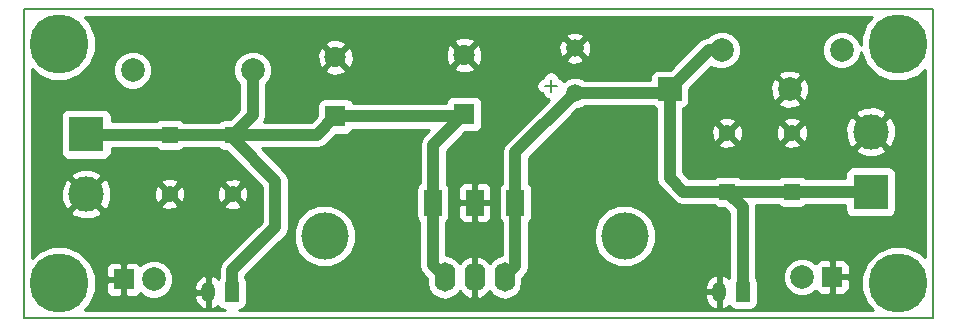
<source format=gtl>
G04 #@! TF.FileFunction,Copper,L1,Top,Signal*
%FSLAX46Y46*%
G04 Gerber Fmt 4.6, Leading zero omitted, Abs format (unit mm)*
G04 Created by KiCad (PCBNEW 0.201508290901+6132~28~ubuntu14.04.1-product) date Sat 02 Jan 2016 04:08:58 PM EST*
%MOMM*%
G01*
G04 APERTURE LIST*
%ADD10C,0.100000*%
%ADD11C,0.150000*%
%ADD12R,1.400000X1.400000*%
%ADD13C,1.400000*%
%ADD14C,1.501140*%
%ADD15R,1.699260X1.699260*%
%ADD16C,1.998980*%
%ADD17R,1.998980X1.998980*%
%ADD18R,1.198880X1.699260*%
%ADD19O,1.198880X1.699260*%
%ADD20R,2.999740X2.999740*%
%ADD21C,2.999740*%
%ADD22R,1.524000X2.199640*%
%ADD23R,1.800000X1.800000*%
%ADD24C,1.800000*%
%ADD25C,5.000000*%
%ADD26O,1.744980X2.499360*%
%ADD27O,1.747520X2.499360*%
%ADD28C,4.000500*%
%ADD29C,1.000000*%
%ADD30C,0.254000*%
G04 APERTURE END LIST*
D10*
D11*
X187000000Y-44000000D02*
X136000000Y-44000000D01*
X187000000Y-70000000D02*
X187000000Y-44000000D01*
X187000000Y-70200000D02*
X187000000Y-70000000D01*
X110000000Y-70200000D02*
X187000000Y-70200000D01*
X110000000Y-44000000D02*
X110000000Y-70200000D01*
X136000000Y-44000000D02*
X110000000Y-44000000D01*
X154127200Y-50495200D02*
X155143200Y-50495200D01*
X154635200Y-51003200D02*
X154635200Y-49987200D01*
D12*
X122351800Y-54660800D03*
D13*
X122351800Y-59660800D03*
D12*
X127685800Y-54686200D03*
D13*
X127685800Y-59686200D03*
D12*
X169570400Y-59486800D03*
D13*
X169570400Y-54486800D03*
D12*
X175056800Y-59483000D03*
D13*
X175056800Y-54483000D03*
D14*
X156667200Y-47320200D03*
X156667200Y-51130200D03*
D15*
X178440000Y-66700000D03*
D16*
X175900000Y-66700000D03*
X174853600Y-50800000D03*
D17*
X164693600Y-50800000D03*
D18*
X127635000Y-67995800D03*
D19*
X125633480Y-67995800D03*
D20*
X115290600Y-54610000D03*
D21*
X115290600Y-59690000D03*
D22*
X148209000Y-60401200D03*
X144627600Y-60401200D03*
D18*
X170891200Y-67970400D03*
D19*
X168889680Y-67970400D03*
D20*
X181711600Y-59486800D03*
D21*
X181711600Y-54406800D03*
D16*
X169087800Y-47472600D03*
X179247800Y-47472600D03*
D23*
X136400000Y-53100000D03*
D24*
X136400000Y-48100000D03*
D23*
X147294600Y-52904400D03*
D24*
X147294600Y-47904400D03*
D15*
X118458660Y-66900000D03*
D16*
X120998660Y-66900000D03*
D22*
X151638000Y-60401200D03*
D16*
X129380000Y-49200000D03*
X119220000Y-49200000D03*
D25*
X112979200Y-67235400D03*
X183997600Y-46991600D03*
X184023000Y-67210000D03*
X112979200Y-46964600D03*
D26*
X150723600Y-66713100D03*
D27*
X148183600Y-66713100D03*
X145643600Y-66713100D03*
D28*
X160883600Y-63220600D03*
X135483600Y-63220600D03*
D29*
X127635000Y-67995800D02*
X127635000Y-66146170D01*
X127635000Y-66146170D02*
X131292600Y-62488570D01*
X131292600Y-62488570D02*
X131292600Y-58572400D01*
X131292600Y-58572400D02*
X127685800Y-54965600D01*
X127685800Y-54965600D02*
X127685800Y-54686200D01*
X147294600Y-52904400D02*
X144678400Y-55520600D01*
X144678400Y-55520600D02*
X144678400Y-60350400D01*
X144678400Y-60350400D02*
X144627600Y-60401200D01*
X144627600Y-60401200D02*
X144627600Y-65697100D01*
X144627600Y-65697100D02*
X145643600Y-66713100D01*
X136400000Y-53100000D02*
X147099000Y-53100000D01*
X147099000Y-53100000D02*
X147294600Y-52904400D01*
X129380000Y-49200000D02*
X129380000Y-52992000D01*
X129380000Y-52992000D02*
X127685800Y-54686200D01*
X122351800Y-54660800D02*
X115341400Y-54660800D01*
X115341400Y-54660800D02*
X115290600Y-54610000D01*
X127685800Y-54686200D02*
X122377200Y-54686200D01*
X122377200Y-54686200D02*
X122351800Y-54660800D01*
X127685800Y-54686200D02*
X134813800Y-54686200D01*
X134813800Y-54686200D02*
X136400000Y-53100000D01*
X169570400Y-59486800D02*
X170891200Y-60807600D01*
X170891200Y-60807600D02*
X170891200Y-67970400D01*
X169087800Y-47472600D02*
X168021000Y-47472600D01*
X168021000Y-47472600D02*
X164693600Y-50800000D01*
X164693600Y-50800000D02*
X164693600Y-58318400D01*
X164693600Y-58318400D02*
X165862000Y-59486800D01*
X165862000Y-59486800D02*
X169570400Y-59486800D01*
X156667200Y-51130200D02*
X164363400Y-51130200D01*
X164363400Y-51130200D02*
X164693600Y-50800000D01*
X151638000Y-60401200D02*
X151638000Y-65798700D01*
X151638000Y-65798700D02*
X150723600Y-66713100D01*
X156667200Y-51130200D02*
X151638000Y-56159400D01*
X151638000Y-56159400D02*
X151638000Y-60401200D01*
X175056800Y-59483000D02*
X169574200Y-59483000D01*
X169574200Y-59483000D02*
X169570400Y-59486800D01*
X181711600Y-59486800D02*
X175060600Y-59486800D01*
X175060600Y-59486800D02*
X175056800Y-59483000D01*
D30*
G36*
X181341426Y-45213447D02*
X180863146Y-46365274D01*
X180862504Y-47100333D01*
X180634262Y-46547945D01*
X180174873Y-46087754D01*
X179574347Y-45838394D01*
X178924106Y-45837826D01*
X178323145Y-46086138D01*
X177862954Y-46545527D01*
X177613594Y-47146053D01*
X177613026Y-47796294D01*
X177861338Y-48397255D01*
X178320727Y-48857446D01*
X178921253Y-49106806D01*
X179571494Y-49107374D01*
X180172455Y-48859062D01*
X180632646Y-48399673D01*
X180882006Y-47799147D01*
X180882127Y-47661026D01*
X181338327Y-48765115D01*
X182219447Y-49647774D01*
X183371274Y-50126054D01*
X184618454Y-50127143D01*
X185771115Y-49650873D01*
X186290000Y-49132893D01*
X186290000Y-65043527D01*
X185801153Y-64553826D01*
X184649326Y-64075546D01*
X183402146Y-64074457D01*
X182249485Y-64550727D01*
X181366826Y-65431847D01*
X180888546Y-66583674D01*
X180887457Y-67830854D01*
X181363727Y-68983515D01*
X181869329Y-69490000D01*
X128249693Y-69490000D01*
X128469757Y-69448592D01*
X128685881Y-69309520D01*
X128830871Y-69097320D01*
X128881880Y-68845430D01*
X128881880Y-67146170D01*
X128837602Y-66910853D01*
X128770000Y-66805797D01*
X128770000Y-66616302D01*
X131643818Y-63742484D01*
X132847893Y-63742484D01*
X133248241Y-64711399D01*
X133988902Y-65453354D01*
X134957117Y-65855392D01*
X136005484Y-65856307D01*
X136974399Y-65455959D01*
X137716354Y-64715298D01*
X138118392Y-63747083D01*
X138119307Y-62698716D01*
X137718959Y-61729801D01*
X136978298Y-60987846D01*
X136010083Y-60585808D01*
X134961716Y-60584893D01*
X133992801Y-60985241D01*
X133250846Y-61725902D01*
X132848808Y-62694117D01*
X132847893Y-63742484D01*
X131643818Y-63742484D01*
X132095167Y-63291136D01*
X132341204Y-62922915D01*
X132427600Y-62488570D01*
X132427600Y-58572400D01*
X132341203Y-58138054D01*
X132240225Y-57986930D01*
X132095166Y-57769833D01*
X130146532Y-55821200D01*
X134813800Y-55821200D01*
X135248146Y-55734803D01*
X135616366Y-55488766D01*
X136457693Y-54647440D01*
X137300000Y-54647440D01*
X137535317Y-54603162D01*
X137751441Y-54464090D01*
X137896431Y-54251890D01*
X137899851Y-54235000D01*
X144358868Y-54235000D01*
X143875834Y-54718034D01*
X143629797Y-55086254D01*
X143543400Y-55520600D01*
X143543400Y-58754126D01*
X143414159Y-58837290D01*
X143269169Y-59049490D01*
X143218160Y-59301380D01*
X143218160Y-61501020D01*
X143262438Y-61736337D01*
X143401510Y-61952461D01*
X143492600Y-62014700D01*
X143492600Y-65697100D01*
X143578997Y-66131446D01*
X143767961Y-66414250D01*
X143825034Y-66499666D01*
X144134840Y-66809472D01*
X144134840Y-67125943D01*
X144249688Y-67703320D01*
X144576746Y-68192797D01*
X145066223Y-68519855D01*
X145643600Y-68634703D01*
X146220977Y-68519855D01*
X146710454Y-68192797D01*
X146917441Y-67883019D01*
X147206548Y-68245677D01*
X147723555Y-68531533D01*
X147822979Y-68554048D01*
X148056600Y-68433043D01*
X148056600Y-66840100D01*
X148036600Y-66840100D01*
X148036600Y-66586100D01*
X148056600Y-66586100D01*
X148056600Y-64993157D01*
X148310600Y-64993157D01*
X148310600Y-66586100D01*
X148330600Y-66586100D01*
X148330600Y-66840100D01*
X148310600Y-66840100D01*
X148310600Y-68433043D01*
X148544221Y-68554048D01*
X148643645Y-68531533D01*
X149160652Y-68245677D01*
X149450113Y-67882576D01*
X149657644Y-68193169D01*
X150146709Y-68519952D01*
X150723600Y-68634703D01*
X151300491Y-68519952D01*
X151640128Y-68293013D01*
X167644935Y-68293013D01*
X167767401Y-68763843D01*
X168060723Y-69151968D01*
X168480247Y-69398299D01*
X168572159Y-69413495D01*
X168762680Y-69288757D01*
X168762680Y-68097400D01*
X167807680Y-68097400D01*
X167644935Y-68293013D01*
X151640128Y-68293013D01*
X151789556Y-68193169D01*
X152116339Y-67704104D01*
X152127541Y-67647787D01*
X167644935Y-67647787D01*
X167807680Y-67843400D01*
X168762680Y-67843400D01*
X168762680Y-66652043D01*
X168572159Y-66527305D01*
X168480247Y-66542501D01*
X168060723Y-66788832D01*
X167767401Y-67176957D01*
X167644935Y-67647787D01*
X152127541Y-67647787D01*
X152231090Y-67127213D01*
X152231090Y-66810742D01*
X152440566Y-66601266D01*
X152479493Y-66543008D01*
X152686603Y-66233046D01*
X152773000Y-65798700D01*
X152773000Y-63742484D01*
X158247893Y-63742484D01*
X158648241Y-64711399D01*
X159388902Y-65453354D01*
X160357117Y-65855392D01*
X161405484Y-65856307D01*
X162374399Y-65455959D01*
X163116354Y-64715298D01*
X163518392Y-63747083D01*
X163519307Y-62698716D01*
X163118959Y-61729801D01*
X162378298Y-60987846D01*
X161410083Y-60585808D01*
X160361716Y-60584893D01*
X159392801Y-60985241D01*
X158650846Y-61725902D01*
X158248808Y-62694117D01*
X158247893Y-63742484D01*
X152773000Y-63742484D01*
X152773000Y-62015585D01*
X152851441Y-61965110D01*
X152996431Y-61752910D01*
X153047440Y-61501020D01*
X153047440Y-59301380D01*
X153003162Y-59066063D01*
X152864090Y-58849939D01*
X152773000Y-58787700D01*
X152773000Y-56629532D01*
X156886570Y-52515962D01*
X156941598Y-52516010D01*
X157451037Y-52305514D01*
X157491421Y-52265200D01*
X163250903Y-52265200D01*
X163442220Y-52395921D01*
X163558600Y-52419489D01*
X163558600Y-58318400D01*
X163644997Y-58752746D01*
X163805108Y-58992369D01*
X163891034Y-59120966D01*
X165059434Y-60289366D01*
X165427654Y-60535403D01*
X165862000Y-60621800D01*
X168395731Y-60621800D01*
X168406310Y-60638241D01*
X168618510Y-60783231D01*
X168870400Y-60834240D01*
X169312708Y-60834240D01*
X169756200Y-61277732D01*
X169756200Y-66779792D01*
X169735121Y-66810643D01*
X169718637Y-66788832D01*
X169299113Y-66542501D01*
X169207201Y-66527305D01*
X169016680Y-66652043D01*
X169016680Y-67843400D01*
X169036680Y-67843400D01*
X169036680Y-68097400D01*
X169016680Y-68097400D01*
X169016680Y-69288757D01*
X169207201Y-69413495D01*
X169299113Y-69398299D01*
X169718637Y-69151968D01*
X169735994Y-69129002D01*
X169827670Y-69271471D01*
X170039870Y-69416461D01*
X170291760Y-69467470D01*
X171490640Y-69467470D01*
X171725957Y-69423192D01*
X171942081Y-69284120D01*
X172087071Y-69071920D01*
X172138080Y-68820030D01*
X172138080Y-67120770D01*
X172119814Y-67023694D01*
X174265226Y-67023694D01*
X174513538Y-67624655D01*
X174972927Y-68084846D01*
X175573453Y-68334206D01*
X176223694Y-68334774D01*
X176824655Y-68086462D01*
X177037433Y-67874055D01*
X177052043Y-67909328D01*
X177230671Y-68087957D01*
X177464060Y-68184630D01*
X178154250Y-68184630D01*
X178313000Y-68025880D01*
X178313000Y-66827000D01*
X178567000Y-66827000D01*
X178567000Y-68025880D01*
X178725750Y-68184630D01*
X179415940Y-68184630D01*
X179649329Y-68087957D01*
X179827957Y-67909328D01*
X179924630Y-67675939D01*
X179924630Y-66985750D01*
X179765880Y-66827000D01*
X178567000Y-66827000D01*
X178313000Y-66827000D01*
X178293000Y-66827000D01*
X178293000Y-66573000D01*
X178313000Y-66573000D01*
X178313000Y-65374120D01*
X178567000Y-65374120D01*
X178567000Y-66573000D01*
X179765880Y-66573000D01*
X179924630Y-66414250D01*
X179924630Y-65724061D01*
X179827957Y-65490672D01*
X179649329Y-65312043D01*
X179415940Y-65215370D01*
X178725750Y-65215370D01*
X178567000Y-65374120D01*
X178313000Y-65374120D01*
X178154250Y-65215370D01*
X177464060Y-65215370D01*
X177230671Y-65312043D01*
X177052043Y-65490672D01*
X177037451Y-65525900D01*
X176827073Y-65315154D01*
X176226547Y-65065794D01*
X175576306Y-65065226D01*
X174975345Y-65313538D01*
X174515154Y-65772927D01*
X174265794Y-66373453D01*
X174265226Y-67023694D01*
X172119814Y-67023694D01*
X172093802Y-66885453D01*
X172026200Y-66780397D01*
X172026200Y-60807600D01*
X171988486Y-60618000D01*
X173882131Y-60618000D01*
X173892710Y-60634441D01*
X174104910Y-60779431D01*
X174356800Y-60830440D01*
X175756800Y-60830440D01*
X175992117Y-60786162D01*
X176208241Y-60647090D01*
X176225521Y-60621800D01*
X179564290Y-60621800D01*
X179564290Y-60986670D01*
X179608568Y-61221987D01*
X179747640Y-61438111D01*
X179959840Y-61583101D01*
X180211730Y-61634110D01*
X183211470Y-61634110D01*
X183446787Y-61589832D01*
X183662911Y-61450760D01*
X183807901Y-61238560D01*
X183858910Y-60986670D01*
X183858910Y-57986930D01*
X183814632Y-57751613D01*
X183675560Y-57535489D01*
X183463360Y-57390499D01*
X183211470Y-57339490D01*
X180211730Y-57339490D01*
X179976413Y-57383768D01*
X179760289Y-57522840D01*
X179615299Y-57735040D01*
X179564290Y-57986930D01*
X179564290Y-58351800D01*
X176233915Y-58351800D01*
X176220890Y-58331559D01*
X176008690Y-58186569D01*
X175756800Y-58135560D01*
X174356800Y-58135560D01*
X174121483Y-58179838D01*
X173905359Y-58318910D01*
X173885483Y-58348000D01*
X170742624Y-58348000D01*
X170734490Y-58335359D01*
X170522290Y-58190369D01*
X170270400Y-58139360D01*
X168870400Y-58139360D01*
X168635083Y-58183638D01*
X168418959Y-58322710D01*
X168399083Y-58351800D01*
X166332132Y-58351800D01*
X165828600Y-57848268D01*
X165828600Y-55920677D01*
X180377328Y-55920677D01*
X180537095Y-56239432D01*
X181327817Y-56549395D01*
X182176966Y-56533167D01*
X182886105Y-56239432D01*
X183045872Y-55920677D01*
X181711600Y-54586405D01*
X180377328Y-55920677D01*
X165828600Y-55920677D01*
X165828600Y-55422075D01*
X168814731Y-55422075D01*
X168876569Y-55657842D01*
X169377522Y-55834219D01*
X169907840Y-55805464D01*
X170264231Y-55657842D01*
X170326069Y-55422075D01*
X170322270Y-55418275D01*
X174301131Y-55418275D01*
X174362969Y-55654042D01*
X174863922Y-55830419D01*
X175394240Y-55801664D01*
X175750631Y-55654042D01*
X175812469Y-55418275D01*
X175056800Y-54662605D01*
X174301131Y-55418275D01*
X170322270Y-55418275D01*
X169570400Y-54666405D01*
X168814731Y-55422075D01*
X165828600Y-55422075D01*
X165828600Y-54293922D01*
X168222981Y-54293922D01*
X168251736Y-54824240D01*
X168399358Y-55180631D01*
X168635125Y-55242469D01*
X169390795Y-54486800D01*
X169750005Y-54486800D01*
X170505675Y-55242469D01*
X170741442Y-55180631D01*
X170917819Y-54679678D01*
X170896697Y-54290122D01*
X173709381Y-54290122D01*
X173738136Y-54820440D01*
X173885758Y-55176831D01*
X174121525Y-55238669D01*
X174877195Y-54483000D01*
X175236405Y-54483000D01*
X175992075Y-55238669D01*
X176227842Y-55176831D01*
X176404219Y-54675878D01*
X176375464Y-54145560D01*
X176324706Y-54023017D01*
X179569005Y-54023017D01*
X179585233Y-54872166D01*
X179878968Y-55581305D01*
X180197723Y-55741072D01*
X181531995Y-54406800D01*
X181891205Y-54406800D01*
X183225477Y-55741072D01*
X183544232Y-55581305D01*
X183854195Y-54790583D01*
X183837967Y-53941434D01*
X183544232Y-53232295D01*
X183225477Y-53072528D01*
X181891205Y-54406800D01*
X181531995Y-54406800D01*
X180197723Y-53072528D01*
X179878968Y-53232295D01*
X179569005Y-54023017D01*
X176324706Y-54023017D01*
X176227842Y-53789169D01*
X175992075Y-53727331D01*
X175236405Y-54483000D01*
X174877195Y-54483000D01*
X174121525Y-53727331D01*
X173885758Y-53789169D01*
X173709381Y-54290122D01*
X170896697Y-54290122D01*
X170889064Y-54149360D01*
X170741442Y-53792969D01*
X170505675Y-53731131D01*
X169750005Y-54486800D01*
X169390795Y-54486800D01*
X168635125Y-53731131D01*
X168399358Y-53792969D01*
X168222981Y-54293922D01*
X165828600Y-54293922D01*
X165828600Y-53551525D01*
X168814731Y-53551525D01*
X169570400Y-54307195D01*
X170326069Y-53551525D01*
X170325073Y-53547725D01*
X174301131Y-53547725D01*
X175056800Y-54303395D01*
X175812469Y-53547725D01*
X175750631Y-53311958D01*
X175249678Y-53135581D01*
X174719360Y-53164336D01*
X174362969Y-53311958D01*
X174301131Y-53547725D01*
X170325073Y-53547725D01*
X170264231Y-53315758D01*
X169763278Y-53139381D01*
X169232960Y-53168136D01*
X168876569Y-53315758D01*
X168814731Y-53551525D01*
X165828600Y-53551525D01*
X165828600Y-52892923D01*
X180377328Y-52892923D01*
X181711600Y-54227195D01*
X183045872Y-52892923D01*
X182886105Y-52574168D01*
X182095383Y-52264205D01*
X181246234Y-52280433D01*
X180537095Y-52574168D01*
X180377328Y-52892923D01*
X165828600Y-52892923D01*
X165828600Y-52421432D01*
X165928407Y-52402652D01*
X166144531Y-52263580D01*
X166289521Y-52051380D01*
X166309612Y-51952163D01*
X173881043Y-51952163D01*
X173979642Y-52218965D01*
X174589182Y-52445401D01*
X175238977Y-52421341D01*
X175727558Y-52218965D01*
X175826157Y-51952163D01*
X174853600Y-50979605D01*
X173881043Y-51952163D01*
X166309612Y-51952163D01*
X166340530Y-51799490D01*
X166340530Y-50758202D01*
X166563150Y-50535582D01*
X173208199Y-50535582D01*
X173232259Y-51185377D01*
X173434635Y-51673958D01*
X173701437Y-51772557D01*
X174673995Y-50800000D01*
X175033205Y-50800000D01*
X176005763Y-51772557D01*
X176272565Y-51673958D01*
X176499001Y-51064418D01*
X176474941Y-50414623D01*
X176272565Y-49926042D01*
X176005763Y-49827443D01*
X175033205Y-50800000D01*
X174673995Y-50800000D01*
X173701437Y-49827443D01*
X173434635Y-49926042D01*
X173208199Y-50535582D01*
X166563150Y-50535582D01*
X167450895Y-49647837D01*
X173881043Y-49647837D01*
X174853600Y-50620395D01*
X175826157Y-49647837D01*
X175727558Y-49381035D01*
X175118018Y-49154599D01*
X174468223Y-49178659D01*
X173979642Y-49381035D01*
X173881043Y-49647837D01*
X167450895Y-49647837D01*
X168217650Y-48881082D01*
X168761253Y-49106806D01*
X169411494Y-49107374D01*
X170012455Y-48859062D01*
X170472646Y-48399673D01*
X170722006Y-47799147D01*
X170722574Y-47148906D01*
X170474262Y-46547945D01*
X170014873Y-46087754D01*
X169414347Y-45838394D01*
X168764106Y-45837826D01*
X168163145Y-46086138D01*
X167883932Y-46364865D01*
X167586654Y-46423997D01*
X167354435Y-46579161D01*
X167218434Y-46670034D01*
X164735398Y-49153070D01*
X163694110Y-49153070D01*
X163458793Y-49197348D01*
X163242669Y-49336420D01*
X163097679Y-49548620D01*
X163046670Y-49800510D01*
X163046670Y-49995200D01*
X157491963Y-49995200D01*
X157453087Y-49956256D01*
X156944016Y-49744871D01*
X156392802Y-49744390D01*
X155883363Y-49954886D01*
X155725184Y-50112790D01*
X155645246Y-49993154D01*
X155414905Y-49839246D01*
X155311686Y-49818714D01*
X155291154Y-49715495D01*
X155137246Y-49485154D01*
X154906905Y-49331246D01*
X154635200Y-49277200D01*
X154363495Y-49331246D01*
X154133154Y-49485154D01*
X153979246Y-49715495D01*
X153958714Y-49818714D01*
X153855495Y-49839246D01*
X153625154Y-49993154D01*
X153471246Y-50223495D01*
X153417200Y-50495200D01*
X153471246Y-50766905D01*
X153625154Y-50997246D01*
X153855495Y-51151154D01*
X153958714Y-51171686D01*
X153979246Y-51274905D01*
X154133154Y-51505246D01*
X154363495Y-51659154D01*
X154504972Y-51687296D01*
X150835434Y-55356834D01*
X150589397Y-55725054D01*
X150503000Y-56159400D01*
X150503000Y-58786815D01*
X150424559Y-58837290D01*
X150279569Y-59049490D01*
X150228560Y-59301380D01*
X150228560Y-61501020D01*
X150272838Y-61736337D01*
X150411910Y-61952461D01*
X150503000Y-62014700D01*
X150503000Y-64835377D01*
X150146709Y-64906248D01*
X149657644Y-65233031D01*
X149450113Y-65543624D01*
X149160652Y-65180523D01*
X148643645Y-64894667D01*
X148544221Y-64872152D01*
X148310600Y-64993157D01*
X148056600Y-64993157D01*
X147822979Y-64872152D01*
X147723555Y-64894667D01*
X147206548Y-65180523D01*
X146917441Y-65543181D01*
X146710454Y-65233403D01*
X146220977Y-64906345D01*
X145762600Y-64815168D01*
X145762600Y-62015585D01*
X145841041Y-61965110D01*
X145986031Y-61752910D01*
X146037040Y-61501020D01*
X146037040Y-60686950D01*
X146812000Y-60686950D01*
X146812000Y-61627330D01*
X146908673Y-61860719D01*
X147087302Y-62039347D01*
X147320691Y-62136020D01*
X147923250Y-62136020D01*
X148082000Y-61977270D01*
X148082000Y-60528200D01*
X148336000Y-60528200D01*
X148336000Y-61977270D01*
X148494750Y-62136020D01*
X149097309Y-62136020D01*
X149330698Y-62039347D01*
X149509327Y-61860719D01*
X149606000Y-61627330D01*
X149606000Y-60686950D01*
X149447250Y-60528200D01*
X148336000Y-60528200D01*
X148082000Y-60528200D01*
X146970750Y-60528200D01*
X146812000Y-60686950D01*
X146037040Y-60686950D01*
X146037040Y-59301380D01*
X146013274Y-59175070D01*
X146812000Y-59175070D01*
X146812000Y-60115450D01*
X146970750Y-60274200D01*
X148082000Y-60274200D01*
X148082000Y-58825130D01*
X148336000Y-58825130D01*
X148336000Y-60274200D01*
X149447250Y-60274200D01*
X149606000Y-60115450D01*
X149606000Y-59175070D01*
X149509327Y-58941681D01*
X149330698Y-58763053D01*
X149097309Y-58666380D01*
X148494750Y-58666380D01*
X148336000Y-58825130D01*
X148082000Y-58825130D01*
X147923250Y-58666380D01*
X147320691Y-58666380D01*
X147087302Y-58763053D01*
X146908673Y-58941681D01*
X146812000Y-59175070D01*
X146013274Y-59175070D01*
X145992762Y-59066063D01*
X145853690Y-58849939D01*
X145813400Y-58822410D01*
X145813400Y-55990732D01*
X147352293Y-54451840D01*
X148194600Y-54451840D01*
X148429917Y-54407562D01*
X148646041Y-54268490D01*
X148791031Y-54056290D01*
X148842040Y-53804400D01*
X148842040Y-52004400D01*
X148797762Y-51769083D01*
X148658690Y-51552959D01*
X148446490Y-51407969D01*
X148194600Y-51356960D01*
X146394600Y-51356960D01*
X146159283Y-51401238D01*
X145943159Y-51540310D01*
X145798169Y-51752510D01*
X145755139Y-51965000D01*
X137903222Y-51965000D01*
X137903162Y-51964683D01*
X137764090Y-51748559D01*
X137551890Y-51603569D01*
X137300000Y-51552560D01*
X135500000Y-51552560D01*
X135264683Y-51596838D01*
X135048559Y-51735910D01*
X134903569Y-51948110D01*
X134852560Y-52200000D01*
X134852560Y-53042307D01*
X134343668Y-53551200D01*
X130345178Y-53551200D01*
X130428604Y-53426345D01*
X130515000Y-52992000D01*
X130515000Y-50376484D01*
X130764846Y-50127073D01*
X131014206Y-49526547D01*
X131014508Y-49180159D01*
X135499446Y-49180159D01*
X135585852Y-49436643D01*
X136159336Y-49646458D01*
X136769460Y-49620839D01*
X137214148Y-49436643D01*
X137300554Y-49180159D01*
X136400000Y-48279605D01*
X135499446Y-49180159D01*
X131014508Y-49180159D01*
X131014774Y-48876306D01*
X130766462Y-48275345D01*
X130351179Y-47859336D01*
X134853542Y-47859336D01*
X134879161Y-48469460D01*
X135063357Y-48914148D01*
X135319841Y-49000554D01*
X136220395Y-48100000D01*
X136579605Y-48100000D01*
X137480159Y-49000554D01*
X137527637Y-48984559D01*
X146394046Y-48984559D01*
X146480452Y-49241043D01*
X147053936Y-49450858D01*
X147664060Y-49425239D01*
X148108748Y-49241043D01*
X148195154Y-48984559D01*
X147294600Y-48084005D01*
X146394046Y-48984559D01*
X137527637Y-48984559D01*
X137736643Y-48914148D01*
X137946458Y-48340664D01*
X137920839Y-47730540D01*
X137893168Y-47663736D01*
X145748142Y-47663736D01*
X145773761Y-48273860D01*
X145957957Y-48718548D01*
X146214441Y-48804954D01*
X147114995Y-47904400D01*
X147474205Y-47904400D01*
X148374759Y-48804954D01*
X148631243Y-48718548D01*
X148787252Y-48292130D01*
X155874875Y-48292130D01*
X155942935Y-48533131D01*
X156462234Y-48717967D01*
X157012738Y-48690005D01*
X157391465Y-48533131D01*
X157459525Y-48292130D01*
X156667200Y-47499805D01*
X155874875Y-48292130D01*
X148787252Y-48292130D01*
X148841058Y-48145064D01*
X148815439Y-47534940D01*
X148641591Y-47115234D01*
X155269433Y-47115234D01*
X155297395Y-47665738D01*
X155454269Y-48044465D01*
X155695270Y-48112525D01*
X156487595Y-47320200D01*
X156846805Y-47320200D01*
X157639130Y-48112525D01*
X157880131Y-48044465D01*
X158064967Y-47525166D01*
X158037005Y-46974662D01*
X157880131Y-46595935D01*
X157639130Y-46527875D01*
X156846805Y-47320200D01*
X156487595Y-47320200D01*
X155695270Y-46527875D01*
X155454269Y-46595935D01*
X155269433Y-47115234D01*
X148641591Y-47115234D01*
X148631243Y-47090252D01*
X148374759Y-47003846D01*
X147474205Y-47904400D01*
X147114995Y-47904400D01*
X146214441Y-47003846D01*
X145957957Y-47090252D01*
X145748142Y-47663736D01*
X137893168Y-47663736D01*
X137736643Y-47285852D01*
X137480159Y-47199446D01*
X136579605Y-48100000D01*
X136220395Y-48100000D01*
X135319841Y-47199446D01*
X135063357Y-47285852D01*
X134853542Y-47859336D01*
X130351179Y-47859336D01*
X130307073Y-47815154D01*
X129706547Y-47565794D01*
X129056306Y-47565226D01*
X128455345Y-47813538D01*
X127995154Y-48272927D01*
X127745794Y-48873453D01*
X127745226Y-49523694D01*
X127993538Y-50124655D01*
X128245000Y-50376556D01*
X128245000Y-52521868D01*
X127428108Y-53338760D01*
X126985800Y-53338760D01*
X126750483Y-53383038D01*
X126534359Y-53522110D01*
X126514483Y-53551200D01*
X123542814Y-53551200D01*
X123515890Y-53509359D01*
X123303690Y-53364369D01*
X123051800Y-53313360D01*
X121651800Y-53313360D01*
X121416483Y-53357638D01*
X121200359Y-53496710D01*
X121180483Y-53525800D01*
X117437910Y-53525800D01*
X117437910Y-53110130D01*
X117393632Y-52874813D01*
X117254560Y-52658689D01*
X117042360Y-52513699D01*
X116790470Y-52462690D01*
X113790730Y-52462690D01*
X113555413Y-52506968D01*
X113339289Y-52646040D01*
X113194299Y-52858240D01*
X113143290Y-53110130D01*
X113143290Y-56109870D01*
X113187568Y-56345187D01*
X113326640Y-56561311D01*
X113538840Y-56706301D01*
X113790730Y-56757310D01*
X116790470Y-56757310D01*
X117025787Y-56713032D01*
X117241911Y-56573960D01*
X117386901Y-56361760D01*
X117437910Y-56109870D01*
X117437910Y-55795800D01*
X121177131Y-55795800D01*
X121187710Y-55812241D01*
X121399910Y-55957231D01*
X121651800Y-56008240D01*
X123051800Y-56008240D01*
X123287117Y-55963962D01*
X123503241Y-55824890D01*
X123505762Y-55821200D01*
X126511131Y-55821200D01*
X126521710Y-55837641D01*
X126733910Y-55982631D01*
X126985800Y-56033640D01*
X127148708Y-56033640D01*
X130157600Y-59042533D01*
X130157600Y-62018437D01*
X126832434Y-65343604D01*
X126586397Y-65711824D01*
X126500000Y-66146170D01*
X126500000Y-66805192D01*
X126478921Y-66836043D01*
X126462437Y-66814232D01*
X126042913Y-66567901D01*
X125951001Y-66552705D01*
X125760480Y-66677443D01*
X125760480Y-67868800D01*
X125780480Y-67868800D01*
X125780480Y-68122800D01*
X125760480Y-68122800D01*
X125760480Y-69314157D01*
X125951001Y-69438895D01*
X126042913Y-69423699D01*
X126462437Y-69177368D01*
X126479794Y-69154402D01*
X126571470Y-69296871D01*
X126783670Y-69441861D01*
X127021388Y-69490000D01*
X115158095Y-69490000D01*
X115635374Y-69013553D01*
X116113654Y-67861726D01*
X116114244Y-67185750D01*
X116974030Y-67185750D01*
X116974030Y-67875939D01*
X117070703Y-68109328D01*
X117249331Y-68287957D01*
X117482720Y-68384630D01*
X118172910Y-68384630D01*
X118331660Y-68225880D01*
X118331660Y-67027000D01*
X117132780Y-67027000D01*
X116974030Y-67185750D01*
X116114244Y-67185750D01*
X116114743Y-66614546D01*
X115829441Y-65924061D01*
X116974030Y-65924061D01*
X116974030Y-66614250D01*
X117132780Y-66773000D01*
X118331660Y-66773000D01*
X118331660Y-65574120D01*
X118585660Y-65574120D01*
X118585660Y-66773000D01*
X118605660Y-66773000D01*
X118605660Y-67027000D01*
X118585660Y-67027000D01*
X118585660Y-68225880D01*
X118744410Y-68384630D01*
X119434600Y-68384630D01*
X119667989Y-68287957D01*
X119846617Y-68109328D01*
X119861209Y-68074100D01*
X120071587Y-68284846D01*
X120672113Y-68534206D01*
X121322354Y-68534774D01*
X121845987Y-68318413D01*
X124388735Y-68318413D01*
X124511201Y-68789243D01*
X124804523Y-69177368D01*
X125224047Y-69423699D01*
X125315959Y-69438895D01*
X125506480Y-69314157D01*
X125506480Y-68122800D01*
X124551480Y-68122800D01*
X124388735Y-68318413D01*
X121845987Y-68318413D01*
X121923315Y-68286462D01*
X122383506Y-67827073D01*
X122447405Y-67673187D01*
X124388735Y-67673187D01*
X124551480Y-67868800D01*
X125506480Y-67868800D01*
X125506480Y-66677443D01*
X125315959Y-66552705D01*
X125224047Y-66567901D01*
X124804523Y-66814232D01*
X124511201Y-67202357D01*
X124388735Y-67673187D01*
X122447405Y-67673187D01*
X122632866Y-67226547D01*
X122633434Y-66576306D01*
X122385122Y-65975345D01*
X121925733Y-65515154D01*
X121325207Y-65265794D01*
X120674966Y-65265226D01*
X120074005Y-65513538D01*
X119861227Y-65725945D01*
X119846617Y-65690672D01*
X119667989Y-65512043D01*
X119434600Y-65415370D01*
X118744410Y-65415370D01*
X118585660Y-65574120D01*
X118331660Y-65574120D01*
X118172910Y-65415370D01*
X117482720Y-65415370D01*
X117249331Y-65512043D01*
X117070703Y-65690672D01*
X116974030Y-65924061D01*
X115829441Y-65924061D01*
X115638473Y-65461885D01*
X114757353Y-64579226D01*
X113605526Y-64100946D01*
X112358346Y-64099857D01*
X111205685Y-64576127D01*
X110710000Y-65070948D01*
X110710000Y-61203877D01*
X113956328Y-61203877D01*
X114116095Y-61522632D01*
X114906817Y-61832595D01*
X115755966Y-61816367D01*
X116465105Y-61522632D01*
X116624872Y-61203877D01*
X115290600Y-59869605D01*
X113956328Y-61203877D01*
X110710000Y-61203877D01*
X110710000Y-59306217D01*
X113148005Y-59306217D01*
X113164233Y-60155366D01*
X113457968Y-60864505D01*
X113776723Y-61024272D01*
X115110995Y-59690000D01*
X115470205Y-59690000D01*
X116804477Y-61024272D01*
X117123232Y-60864505D01*
X117228456Y-60596075D01*
X121596131Y-60596075D01*
X121657969Y-60831842D01*
X122158922Y-61008219D01*
X122689240Y-60979464D01*
X123045631Y-60831842D01*
X123100806Y-60621475D01*
X126930131Y-60621475D01*
X126991969Y-60857242D01*
X127492922Y-61033619D01*
X128023240Y-61004864D01*
X128379631Y-60857242D01*
X128441469Y-60621475D01*
X127685800Y-59865805D01*
X126930131Y-60621475D01*
X123100806Y-60621475D01*
X123107469Y-60596075D01*
X122351800Y-59840405D01*
X121596131Y-60596075D01*
X117228456Y-60596075D01*
X117433195Y-60073783D01*
X117421617Y-59467922D01*
X121004381Y-59467922D01*
X121033136Y-59998240D01*
X121180758Y-60354631D01*
X121416525Y-60416469D01*
X122172195Y-59660800D01*
X122531405Y-59660800D01*
X123287075Y-60416469D01*
X123522842Y-60354631D01*
X123699219Y-59853678D01*
X123679680Y-59493322D01*
X126338381Y-59493322D01*
X126367136Y-60023640D01*
X126514758Y-60380031D01*
X126750525Y-60441869D01*
X127506195Y-59686200D01*
X127865405Y-59686200D01*
X128621075Y-60441869D01*
X128856842Y-60380031D01*
X129033219Y-59879078D01*
X129004464Y-59348760D01*
X128856842Y-58992369D01*
X128621075Y-58930531D01*
X127865405Y-59686200D01*
X127506195Y-59686200D01*
X126750525Y-58930531D01*
X126514758Y-58992369D01*
X126338381Y-59493322D01*
X123679680Y-59493322D01*
X123670464Y-59323360D01*
X123522842Y-58966969D01*
X123287075Y-58905131D01*
X122531405Y-59660800D01*
X122172195Y-59660800D01*
X121416525Y-58905131D01*
X121180758Y-58966969D01*
X121004381Y-59467922D01*
X117421617Y-59467922D01*
X117416967Y-59224634D01*
X117210230Y-58725525D01*
X121596131Y-58725525D01*
X122351800Y-59481195D01*
X123082069Y-58750925D01*
X126930131Y-58750925D01*
X127685800Y-59506595D01*
X128441469Y-58750925D01*
X128379631Y-58515158D01*
X127878678Y-58338781D01*
X127348360Y-58367536D01*
X126991969Y-58515158D01*
X126930131Y-58750925D01*
X123082069Y-58750925D01*
X123107469Y-58725525D01*
X123045631Y-58489758D01*
X122544678Y-58313381D01*
X122014360Y-58342136D01*
X121657969Y-58489758D01*
X121596131Y-58725525D01*
X117210230Y-58725525D01*
X117123232Y-58515495D01*
X116804477Y-58355728D01*
X115470205Y-59690000D01*
X115110995Y-59690000D01*
X113776723Y-58355728D01*
X113457968Y-58515495D01*
X113148005Y-59306217D01*
X110710000Y-59306217D01*
X110710000Y-58176123D01*
X113956328Y-58176123D01*
X115290600Y-59510395D01*
X116624872Y-58176123D01*
X116465105Y-57857368D01*
X115674383Y-57547405D01*
X114825234Y-57563633D01*
X114116095Y-57857368D01*
X113956328Y-58176123D01*
X110710000Y-58176123D01*
X110710000Y-49128869D01*
X111201047Y-49620774D01*
X112352874Y-50099054D01*
X113600054Y-50100143D01*
X114752715Y-49623873D01*
X114853068Y-49523694D01*
X117585226Y-49523694D01*
X117833538Y-50124655D01*
X118292927Y-50584846D01*
X118893453Y-50834206D01*
X119543694Y-50834774D01*
X120144655Y-50586462D01*
X120604846Y-50127073D01*
X120854206Y-49526547D01*
X120854774Y-48876306D01*
X120606462Y-48275345D01*
X120147073Y-47815154D01*
X119546547Y-47565794D01*
X118896306Y-47565226D01*
X118295345Y-47813538D01*
X117835154Y-48272927D01*
X117585794Y-48873453D01*
X117585226Y-49523694D01*
X114853068Y-49523694D01*
X115635374Y-48742753D01*
X116113654Y-47590926D01*
X116114152Y-47019841D01*
X135499446Y-47019841D01*
X136400000Y-47920395D01*
X137300554Y-47019841D01*
X137234659Y-46824241D01*
X146394046Y-46824241D01*
X147294600Y-47724795D01*
X148195154Y-46824241D01*
X148108748Y-46567757D01*
X147535264Y-46357942D01*
X146925140Y-46383561D01*
X146480452Y-46567757D01*
X146394046Y-46824241D01*
X137234659Y-46824241D01*
X137214148Y-46763357D01*
X136640664Y-46553542D01*
X136030540Y-46579161D01*
X135585852Y-46763357D01*
X135499446Y-47019841D01*
X116114152Y-47019841D01*
X116114739Y-46348270D01*
X155874875Y-46348270D01*
X156667200Y-47140595D01*
X157459525Y-46348270D01*
X157391465Y-46107269D01*
X156872166Y-45922433D01*
X156321662Y-45950395D01*
X155942935Y-46107269D01*
X155874875Y-46348270D01*
X116114739Y-46348270D01*
X116114743Y-46343746D01*
X115638473Y-45191085D01*
X115158227Y-44710000D01*
X181845752Y-44710000D01*
X181341426Y-45213447D01*
X181341426Y-45213447D01*
G37*
X181341426Y-45213447D02*
X180863146Y-46365274D01*
X180862504Y-47100333D01*
X180634262Y-46547945D01*
X180174873Y-46087754D01*
X179574347Y-45838394D01*
X178924106Y-45837826D01*
X178323145Y-46086138D01*
X177862954Y-46545527D01*
X177613594Y-47146053D01*
X177613026Y-47796294D01*
X177861338Y-48397255D01*
X178320727Y-48857446D01*
X178921253Y-49106806D01*
X179571494Y-49107374D01*
X180172455Y-48859062D01*
X180632646Y-48399673D01*
X180882006Y-47799147D01*
X180882127Y-47661026D01*
X181338327Y-48765115D01*
X182219447Y-49647774D01*
X183371274Y-50126054D01*
X184618454Y-50127143D01*
X185771115Y-49650873D01*
X186290000Y-49132893D01*
X186290000Y-65043527D01*
X185801153Y-64553826D01*
X184649326Y-64075546D01*
X183402146Y-64074457D01*
X182249485Y-64550727D01*
X181366826Y-65431847D01*
X180888546Y-66583674D01*
X180887457Y-67830854D01*
X181363727Y-68983515D01*
X181869329Y-69490000D01*
X128249693Y-69490000D01*
X128469757Y-69448592D01*
X128685881Y-69309520D01*
X128830871Y-69097320D01*
X128881880Y-68845430D01*
X128881880Y-67146170D01*
X128837602Y-66910853D01*
X128770000Y-66805797D01*
X128770000Y-66616302D01*
X131643818Y-63742484D01*
X132847893Y-63742484D01*
X133248241Y-64711399D01*
X133988902Y-65453354D01*
X134957117Y-65855392D01*
X136005484Y-65856307D01*
X136974399Y-65455959D01*
X137716354Y-64715298D01*
X138118392Y-63747083D01*
X138119307Y-62698716D01*
X137718959Y-61729801D01*
X136978298Y-60987846D01*
X136010083Y-60585808D01*
X134961716Y-60584893D01*
X133992801Y-60985241D01*
X133250846Y-61725902D01*
X132848808Y-62694117D01*
X132847893Y-63742484D01*
X131643818Y-63742484D01*
X132095167Y-63291136D01*
X132341204Y-62922915D01*
X132427600Y-62488570D01*
X132427600Y-58572400D01*
X132341203Y-58138054D01*
X132240225Y-57986930D01*
X132095166Y-57769833D01*
X130146532Y-55821200D01*
X134813800Y-55821200D01*
X135248146Y-55734803D01*
X135616366Y-55488766D01*
X136457693Y-54647440D01*
X137300000Y-54647440D01*
X137535317Y-54603162D01*
X137751441Y-54464090D01*
X137896431Y-54251890D01*
X137899851Y-54235000D01*
X144358868Y-54235000D01*
X143875834Y-54718034D01*
X143629797Y-55086254D01*
X143543400Y-55520600D01*
X143543400Y-58754126D01*
X143414159Y-58837290D01*
X143269169Y-59049490D01*
X143218160Y-59301380D01*
X143218160Y-61501020D01*
X143262438Y-61736337D01*
X143401510Y-61952461D01*
X143492600Y-62014700D01*
X143492600Y-65697100D01*
X143578997Y-66131446D01*
X143767961Y-66414250D01*
X143825034Y-66499666D01*
X144134840Y-66809472D01*
X144134840Y-67125943D01*
X144249688Y-67703320D01*
X144576746Y-68192797D01*
X145066223Y-68519855D01*
X145643600Y-68634703D01*
X146220977Y-68519855D01*
X146710454Y-68192797D01*
X146917441Y-67883019D01*
X147206548Y-68245677D01*
X147723555Y-68531533D01*
X147822979Y-68554048D01*
X148056600Y-68433043D01*
X148056600Y-66840100D01*
X148036600Y-66840100D01*
X148036600Y-66586100D01*
X148056600Y-66586100D01*
X148056600Y-64993157D01*
X148310600Y-64993157D01*
X148310600Y-66586100D01*
X148330600Y-66586100D01*
X148330600Y-66840100D01*
X148310600Y-66840100D01*
X148310600Y-68433043D01*
X148544221Y-68554048D01*
X148643645Y-68531533D01*
X149160652Y-68245677D01*
X149450113Y-67882576D01*
X149657644Y-68193169D01*
X150146709Y-68519952D01*
X150723600Y-68634703D01*
X151300491Y-68519952D01*
X151640128Y-68293013D01*
X167644935Y-68293013D01*
X167767401Y-68763843D01*
X168060723Y-69151968D01*
X168480247Y-69398299D01*
X168572159Y-69413495D01*
X168762680Y-69288757D01*
X168762680Y-68097400D01*
X167807680Y-68097400D01*
X167644935Y-68293013D01*
X151640128Y-68293013D01*
X151789556Y-68193169D01*
X152116339Y-67704104D01*
X152127541Y-67647787D01*
X167644935Y-67647787D01*
X167807680Y-67843400D01*
X168762680Y-67843400D01*
X168762680Y-66652043D01*
X168572159Y-66527305D01*
X168480247Y-66542501D01*
X168060723Y-66788832D01*
X167767401Y-67176957D01*
X167644935Y-67647787D01*
X152127541Y-67647787D01*
X152231090Y-67127213D01*
X152231090Y-66810742D01*
X152440566Y-66601266D01*
X152479493Y-66543008D01*
X152686603Y-66233046D01*
X152773000Y-65798700D01*
X152773000Y-63742484D01*
X158247893Y-63742484D01*
X158648241Y-64711399D01*
X159388902Y-65453354D01*
X160357117Y-65855392D01*
X161405484Y-65856307D01*
X162374399Y-65455959D01*
X163116354Y-64715298D01*
X163518392Y-63747083D01*
X163519307Y-62698716D01*
X163118959Y-61729801D01*
X162378298Y-60987846D01*
X161410083Y-60585808D01*
X160361716Y-60584893D01*
X159392801Y-60985241D01*
X158650846Y-61725902D01*
X158248808Y-62694117D01*
X158247893Y-63742484D01*
X152773000Y-63742484D01*
X152773000Y-62015585D01*
X152851441Y-61965110D01*
X152996431Y-61752910D01*
X153047440Y-61501020D01*
X153047440Y-59301380D01*
X153003162Y-59066063D01*
X152864090Y-58849939D01*
X152773000Y-58787700D01*
X152773000Y-56629532D01*
X156886570Y-52515962D01*
X156941598Y-52516010D01*
X157451037Y-52305514D01*
X157491421Y-52265200D01*
X163250903Y-52265200D01*
X163442220Y-52395921D01*
X163558600Y-52419489D01*
X163558600Y-58318400D01*
X163644997Y-58752746D01*
X163805108Y-58992369D01*
X163891034Y-59120966D01*
X165059434Y-60289366D01*
X165427654Y-60535403D01*
X165862000Y-60621800D01*
X168395731Y-60621800D01*
X168406310Y-60638241D01*
X168618510Y-60783231D01*
X168870400Y-60834240D01*
X169312708Y-60834240D01*
X169756200Y-61277732D01*
X169756200Y-66779792D01*
X169735121Y-66810643D01*
X169718637Y-66788832D01*
X169299113Y-66542501D01*
X169207201Y-66527305D01*
X169016680Y-66652043D01*
X169016680Y-67843400D01*
X169036680Y-67843400D01*
X169036680Y-68097400D01*
X169016680Y-68097400D01*
X169016680Y-69288757D01*
X169207201Y-69413495D01*
X169299113Y-69398299D01*
X169718637Y-69151968D01*
X169735994Y-69129002D01*
X169827670Y-69271471D01*
X170039870Y-69416461D01*
X170291760Y-69467470D01*
X171490640Y-69467470D01*
X171725957Y-69423192D01*
X171942081Y-69284120D01*
X172087071Y-69071920D01*
X172138080Y-68820030D01*
X172138080Y-67120770D01*
X172119814Y-67023694D01*
X174265226Y-67023694D01*
X174513538Y-67624655D01*
X174972927Y-68084846D01*
X175573453Y-68334206D01*
X176223694Y-68334774D01*
X176824655Y-68086462D01*
X177037433Y-67874055D01*
X177052043Y-67909328D01*
X177230671Y-68087957D01*
X177464060Y-68184630D01*
X178154250Y-68184630D01*
X178313000Y-68025880D01*
X178313000Y-66827000D01*
X178567000Y-66827000D01*
X178567000Y-68025880D01*
X178725750Y-68184630D01*
X179415940Y-68184630D01*
X179649329Y-68087957D01*
X179827957Y-67909328D01*
X179924630Y-67675939D01*
X179924630Y-66985750D01*
X179765880Y-66827000D01*
X178567000Y-66827000D01*
X178313000Y-66827000D01*
X178293000Y-66827000D01*
X178293000Y-66573000D01*
X178313000Y-66573000D01*
X178313000Y-65374120D01*
X178567000Y-65374120D01*
X178567000Y-66573000D01*
X179765880Y-66573000D01*
X179924630Y-66414250D01*
X179924630Y-65724061D01*
X179827957Y-65490672D01*
X179649329Y-65312043D01*
X179415940Y-65215370D01*
X178725750Y-65215370D01*
X178567000Y-65374120D01*
X178313000Y-65374120D01*
X178154250Y-65215370D01*
X177464060Y-65215370D01*
X177230671Y-65312043D01*
X177052043Y-65490672D01*
X177037451Y-65525900D01*
X176827073Y-65315154D01*
X176226547Y-65065794D01*
X175576306Y-65065226D01*
X174975345Y-65313538D01*
X174515154Y-65772927D01*
X174265794Y-66373453D01*
X174265226Y-67023694D01*
X172119814Y-67023694D01*
X172093802Y-66885453D01*
X172026200Y-66780397D01*
X172026200Y-60807600D01*
X171988486Y-60618000D01*
X173882131Y-60618000D01*
X173892710Y-60634441D01*
X174104910Y-60779431D01*
X174356800Y-60830440D01*
X175756800Y-60830440D01*
X175992117Y-60786162D01*
X176208241Y-60647090D01*
X176225521Y-60621800D01*
X179564290Y-60621800D01*
X179564290Y-60986670D01*
X179608568Y-61221987D01*
X179747640Y-61438111D01*
X179959840Y-61583101D01*
X180211730Y-61634110D01*
X183211470Y-61634110D01*
X183446787Y-61589832D01*
X183662911Y-61450760D01*
X183807901Y-61238560D01*
X183858910Y-60986670D01*
X183858910Y-57986930D01*
X183814632Y-57751613D01*
X183675560Y-57535489D01*
X183463360Y-57390499D01*
X183211470Y-57339490D01*
X180211730Y-57339490D01*
X179976413Y-57383768D01*
X179760289Y-57522840D01*
X179615299Y-57735040D01*
X179564290Y-57986930D01*
X179564290Y-58351800D01*
X176233915Y-58351800D01*
X176220890Y-58331559D01*
X176008690Y-58186569D01*
X175756800Y-58135560D01*
X174356800Y-58135560D01*
X174121483Y-58179838D01*
X173905359Y-58318910D01*
X173885483Y-58348000D01*
X170742624Y-58348000D01*
X170734490Y-58335359D01*
X170522290Y-58190369D01*
X170270400Y-58139360D01*
X168870400Y-58139360D01*
X168635083Y-58183638D01*
X168418959Y-58322710D01*
X168399083Y-58351800D01*
X166332132Y-58351800D01*
X165828600Y-57848268D01*
X165828600Y-55920677D01*
X180377328Y-55920677D01*
X180537095Y-56239432D01*
X181327817Y-56549395D01*
X182176966Y-56533167D01*
X182886105Y-56239432D01*
X183045872Y-55920677D01*
X181711600Y-54586405D01*
X180377328Y-55920677D01*
X165828600Y-55920677D01*
X165828600Y-55422075D01*
X168814731Y-55422075D01*
X168876569Y-55657842D01*
X169377522Y-55834219D01*
X169907840Y-55805464D01*
X170264231Y-55657842D01*
X170326069Y-55422075D01*
X170322270Y-55418275D01*
X174301131Y-55418275D01*
X174362969Y-55654042D01*
X174863922Y-55830419D01*
X175394240Y-55801664D01*
X175750631Y-55654042D01*
X175812469Y-55418275D01*
X175056800Y-54662605D01*
X174301131Y-55418275D01*
X170322270Y-55418275D01*
X169570400Y-54666405D01*
X168814731Y-55422075D01*
X165828600Y-55422075D01*
X165828600Y-54293922D01*
X168222981Y-54293922D01*
X168251736Y-54824240D01*
X168399358Y-55180631D01*
X168635125Y-55242469D01*
X169390795Y-54486800D01*
X169750005Y-54486800D01*
X170505675Y-55242469D01*
X170741442Y-55180631D01*
X170917819Y-54679678D01*
X170896697Y-54290122D01*
X173709381Y-54290122D01*
X173738136Y-54820440D01*
X173885758Y-55176831D01*
X174121525Y-55238669D01*
X174877195Y-54483000D01*
X175236405Y-54483000D01*
X175992075Y-55238669D01*
X176227842Y-55176831D01*
X176404219Y-54675878D01*
X176375464Y-54145560D01*
X176324706Y-54023017D01*
X179569005Y-54023017D01*
X179585233Y-54872166D01*
X179878968Y-55581305D01*
X180197723Y-55741072D01*
X181531995Y-54406800D01*
X181891205Y-54406800D01*
X183225477Y-55741072D01*
X183544232Y-55581305D01*
X183854195Y-54790583D01*
X183837967Y-53941434D01*
X183544232Y-53232295D01*
X183225477Y-53072528D01*
X181891205Y-54406800D01*
X181531995Y-54406800D01*
X180197723Y-53072528D01*
X179878968Y-53232295D01*
X179569005Y-54023017D01*
X176324706Y-54023017D01*
X176227842Y-53789169D01*
X175992075Y-53727331D01*
X175236405Y-54483000D01*
X174877195Y-54483000D01*
X174121525Y-53727331D01*
X173885758Y-53789169D01*
X173709381Y-54290122D01*
X170896697Y-54290122D01*
X170889064Y-54149360D01*
X170741442Y-53792969D01*
X170505675Y-53731131D01*
X169750005Y-54486800D01*
X169390795Y-54486800D01*
X168635125Y-53731131D01*
X168399358Y-53792969D01*
X168222981Y-54293922D01*
X165828600Y-54293922D01*
X165828600Y-53551525D01*
X168814731Y-53551525D01*
X169570400Y-54307195D01*
X170326069Y-53551525D01*
X170325073Y-53547725D01*
X174301131Y-53547725D01*
X175056800Y-54303395D01*
X175812469Y-53547725D01*
X175750631Y-53311958D01*
X175249678Y-53135581D01*
X174719360Y-53164336D01*
X174362969Y-53311958D01*
X174301131Y-53547725D01*
X170325073Y-53547725D01*
X170264231Y-53315758D01*
X169763278Y-53139381D01*
X169232960Y-53168136D01*
X168876569Y-53315758D01*
X168814731Y-53551525D01*
X165828600Y-53551525D01*
X165828600Y-52892923D01*
X180377328Y-52892923D01*
X181711600Y-54227195D01*
X183045872Y-52892923D01*
X182886105Y-52574168D01*
X182095383Y-52264205D01*
X181246234Y-52280433D01*
X180537095Y-52574168D01*
X180377328Y-52892923D01*
X165828600Y-52892923D01*
X165828600Y-52421432D01*
X165928407Y-52402652D01*
X166144531Y-52263580D01*
X166289521Y-52051380D01*
X166309612Y-51952163D01*
X173881043Y-51952163D01*
X173979642Y-52218965D01*
X174589182Y-52445401D01*
X175238977Y-52421341D01*
X175727558Y-52218965D01*
X175826157Y-51952163D01*
X174853600Y-50979605D01*
X173881043Y-51952163D01*
X166309612Y-51952163D01*
X166340530Y-51799490D01*
X166340530Y-50758202D01*
X166563150Y-50535582D01*
X173208199Y-50535582D01*
X173232259Y-51185377D01*
X173434635Y-51673958D01*
X173701437Y-51772557D01*
X174673995Y-50800000D01*
X175033205Y-50800000D01*
X176005763Y-51772557D01*
X176272565Y-51673958D01*
X176499001Y-51064418D01*
X176474941Y-50414623D01*
X176272565Y-49926042D01*
X176005763Y-49827443D01*
X175033205Y-50800000D01*
X174673995Y-50800000D01*
X173701437Y-49827443D01*
X173434635Y-49926042D01*
X173208199Y-50535582D01*
X166563150Y-50535582D01*
X167450895Y-49647837D01*
X173881043Y-49647837D01*
X174853600Y-50620395D01*
X175826157Y-49647837D01*
X175727558Y-49381035D01*
X175118018Y-49154599D01*
X174468223Y-49178659D01*
X173979642Y-49381035D01*
X173881043Y-49647837D01*
X167450895Y-49647837D01*
X168217650Y-48881082D01*
X168761253Y-49106806D01*
X169411494Y-49107374D01*
X170012455Y-48859062D01*
X170472646Y-48399673D01*
X170722006Y-47799147D01*
X170722574Y-47148906D01*
X170474262Y-46547945D01*
X170014873Y-46087754D01*
X169414347Y-45838394D01*
X168764106Y-45837826D01*
X168163145Y-46086138D01*
X167883932Y-46364865D01*
X167586654Y-46423997D01*
X167354435Y-46579161D01*
X167218434Y-46670034D01*
X164735398Y-49153070D01*
X163694110Y-49153070D01*
X163458793Y-49197348D01*
X163242669Y-49336420D01*
X163097679Y-49548620D01*
X163046670Y-49800510D01*
X163046670Y-49995200D01*
X157491963Y-49995200D01*
X157453087Y-49956256D01*
X156944016Y-49744871D01*
X156392802Y-49744390D01*
X155883363Y-49954886D01*
X155725184Y-50112790D01*
X155645246Y-49993154D01*
X155414905Y-49839246D01*
X155311686Y-49818714D01*
X155291154Y-49715495D01*
X155137246Y-49485154D01*
X154906905Y-49331246D01*
X154635200Y-49277200D01*
X154363495Y-49331246D01*
X154133154Y-49485154D01*
X153979246Y-49715495D01*
X153958714Y-49818714D01*
X153855495Y-49839246D01*
X153625154Y-49993154D01*
X153471246Y-50223495D01*
X153417200Y-50495200D01*
X153471246Y-50766905D01*
X153625154Y-50997246D01*
X153855495Y-51151154D01*
X153958714Y-51171686D01*
X153979246Y-51274905D01*
X154133154Y-51505246D01*
X154363495Y-51659154D01*
X154504972Y-51687296D01*
X150835434Y-55356834D01*
X150589397Y-55725054D01*
X150503000Y-56159400D01*
X150503000Y-58786815D01*
X150424559Y-58837290D01*
X150279569Y-59049490D01*
X150228560Y-59301380D01*
X150228560Y-61501020D01*
X150272838Y-61736337D01*
X150411910Y-61952461D01*
X150503000Y-62014700D01*
X150503000Y-64835377D01*
X150146709Y-64906248D01*
X149657644Y-65233031D01*
X149450113Y-65543624D01*
X149160652Y-65180523D01*
X148643645Y-64894667D01*
X148544221Y-64872152D01*
X148310600Y-64993157D01*
X148056600Y-64993157D01*
X147822979Y-64872152D01*
X147723555Y-64894667D01*
X147206548Y-65180523D01*
X146917441Y-65543181D01*
X146710454Y-65233403D01*
X146220977Y-64906345D01*
X145762600Y-64815168D01*
X145762600Y-62015585D01*
X145841041Y-61965110D01*
X145986031Y-61752910D01*
X146037040Y-61501020D01*
X146037040Y-60686950D01*
X146812000Y-60686950D01*
X146812000Y-61627330D01*
X146908673Y-61860719D01*
X147087302Y-62039347D01*
X147320691Y-62136020D01*
X147923250Y-62136020D01*
X148082000Y-61977270D01*
X148082000Y-60528200D01*
X148336000Y-60528200D01*
X148336000Y-61977270D01*
X148494750Y-62136020D01*
X149097309Y-62136020D01*
X149330698Y-62039347D01*
X149509327Y-61860719D01*
X149606000Y-61627330D01*
X149606000Y-60686950D01*
X149447250Y-60528200D01*
X148336000Y-60528200D01*
X148082000Y-60528200D01*
X146970750Y-60528200D01*
X146812000Y-60686950D01*
X146037040Y-60686950D01*
X146037040Y-59301380D01*
X146013274Y-59175070D01*
X146812000Y-59175070D01*
X146812000Y-60115450D01*
X146970750Y-60274200D01*
X148082000Y-60274200D01*
X148082000Y-58825130D01*
X148336000Y-58825130D01*
X148336000Y-60274200D01*
X149447250Y-60274200D01*
X149606000Y-60115450D01*
X149606000Y-59175070D01*
X149509327Y-58941681D01*
X149330698Y-58763053D01*
X149097309Y-58666380D01*
X148494750Y-58666380D01*
X148336000Y-58825130D01*
X148082000Y-58825130D01*
X147923250Y-58666380D01*
X147320691Y-58666380D01*
X147087302Y-58763053D01*
X146908673Y-58941681D01*
X146812000Y-59175070D01*
X146013274Y-59175070D01*
X145992762Y-59066063D01*
X145853690Y-58849939D01*
X145813400Y-58822410D01*
X145813400Y-55990732D01*
X147352293Y-54451840D01*
X148194600Y-54451840D01*
X148429917Y-54407562D01*
X148646041Y-54268490D01*
X148791031Y-54056290D01*
X148842040Y-53804400D01*
X148842040Y-52004400D01*
X148797762Y-51769083D01*
X148658690Y-51552959D01*
X148446490Y-51407969D01*
X148194600Y-51356960D01*
X146394600Y-51356960D01*
X146159283Y-51401238D01*
X145943159Y-51540310D01*
X145798169Y-51752510D01*
X145755139Y-51965000D01*
X137903222Y-51965000D01*
X137903162Y-51964683D01*
X137764090Y-51748559D01*
X137551890Y-51603569D01*
X137300000Y-51552560D01*
X135500000Y-51552560D01*
X135264683Y-51596838D01*
X135048559Y-51735910D01*
X134903569Y-51948110D01*
X134852560Y-52200000D01*
X134852560Y-53042307D01*
X134343668Y-53551200D01*
X130345178Y-53551200D01*
X130428604Y-53426345D01*
X130515000Y-52992000D01*
X130515000Y-50376484D01*
X130764846Y-50127073D01*
X131014206Y-49526547D01*
X131014508Y-49180159D01*
X135499446Y-49180159D01*
X135585852Y-49436643D01*
X136159336Y-49646458D01*
X136769460Y-49620839D01*
X137214148Y-49436643D01*
X137300554Y-49180159D01*
X136400000Y-48279605D01*
X135499446Y-49180159D01*
X131014508Y-49180159D01*
X131014774Y-48876306D01*
X130766462Y-48275345D01*
X130351179Y-47859336D01*
X134853542Y-47859336D01*
X134879161Y-48469460D01*
X135063357Y-48914148D01*
X135319841Y-49000554D01*
X136220395Y-48100000D01*
X136579605Y-48100000D01*
X137480159Y-49000554D01*
X137527637Y-48984559D01*
X146394046Y-48984559D01*
X146480452Y-49241043D01*
X147053936Y-49450858D01*
X147664060Y-49425239D01*
X148108748Y-49241043D01*
X148195154Y-48984559D01*
X147294600Y-48084005D01*
X146394046Y-48984559D01*
X137527637Y-48984559D01*
X137736643Y-48914148D01*
X137946458Y-48340664D01*
X137920839Y-47730540D01*
X137893168Y-47663736D01*
X145748142Y-47663736D01*
X145773761Y-48273860D01*
X145957957Y-48718548D01*
X146214441Y-48804954D01*
X147114995Y-47904400D01*
X147474205Y-47904400D01*
X148374759Y-48804954D01*
X148631243Y-48718548D01*
X148787252Y-48292130D01*
X155874875Y-48292130D01*
X155942935Y-48533131D01*
X156462234Y-48717967D01*
X157012738Y-48690005D01*
X157391465Y-48533131D01*
X157459525Y-48292130D01*
X156667200Y-47499805D01*
X155874875Y-48292130D01*
X148787252Y-48292130D01*
X148841058Y-48145064D01*
X148815439Y-47534940D01*
X148641591Y-47115234D01*
X155269433Y-47115234D01*
X155297395Y-47665738D01*
X155454269Y-48044465D01*
X155695270Y-48112525D01*
X156487595Y-47320200D01*
X156846805Y-47320200D01*
X157639130Y-48112525D01*
X157880131Y-48044465D01*
X158064967Y-47525166D01*
X158037005Y-46974662D01*
X157880131Y-46595935D01*
X157639130Y-46527875D01*
X156846805Y-47320200D01*
X156487595Y-47320200D01*
X155695270Y-46527875D01*
X155454269Y-46595935D01*
X155269433Y-47115234D01*
X148641591Y-47115234D01*
X148631243Y-47090252D01*
X148374759Y-47003846D01*
X147474205Y-47904400D01*
X147114995Y-47904400D01*
X146214441Y-47003846D01*
X145957957Y-47090252D01*
X145748142Y-47663736D01*
X137893168Y-47663736D01*
X137736643Y-47285852D01*
X137480159Y-47199446D01*
X136579605Y-48100000D01*
X136220395Y-48100000D01*
X135319841Y-47199446D01*
X135063357Y-47285852D01*
X134853542Y-47859336D01*
X130351179Y-47859336D01*
X130307073Y-47815154D01*
X129706547Y-47565794D01*
X129056306Y-47565226D01*
X128455345Y-47813538D01*
X127995154Y-48272927D01*
X127745794Y-48873453D01*
X127745226Y-49523694D01*
X127993538Y-50124655D01*
X128245000Y-50376556D01*
X128245000Y-52521868D01*
X127428108Y-53338760D01*
X126985800Y-53338760D01*
X126750483Y-53383038D01*
X126534359Y-53522110D01*
X126514483Y-53551200D01*
X123542814Y-53551200D01*
X123515890Y-53509359D01*
X123303690Y-53364369D01*
X123051800Y-53313360D01*
X121651800Y-53313360D01*
X121416483Y-53357638D01*
X121200359Y-53496710D01*
X121180483Y-53525800D01*
X117437910Y-53525800D01*
X117437910Y-53110130D01*
X117393632Y-52874813D01*
X117254560Y-52658689D01*
X117042360Y-52513699D01*
X116790470Y-52462690D01*
X113790730Y-52462690D01*
X113555413Y-52506968D01*
X113339289Y-52646040D01*
X113194299Y-52858240D01*
X113143290Y-53110130D01*
X113143290Y-56109870D01*
X113187568Y-56345187D01*
X113326640Y-56561311D01*
X113538840Y-56706301D01*
X113790730Y-56757310D01*
X116790470Y-56757310D01*
X117025787Y-56713032D01*
X117241911Y-56573960D01*
X117386901Y-56361760D01*
X117437910Y-56109870D01*
X117437910Y-55795800D01*
X121177131Y-55795800D01*
X121187710Y-55812241D01*
X121399910Y-55957231D01*
X121651800Y-56008240D01*
X123051800Y-56008240D01*
X123287117Y-55963962D01*
X123503241Y-55824890D01*
X123505762Y-55821200D01*
X126511131Y-55821200D01*
X126521710Y-55837641D01*
X126733910Y-55982631D01*
X126985800Y-56033640D01*
X127148708Y-56033640D01*
X130157600Y-59042533D01*
X130157600Y-62018437D01*
X126832434Y-65343604D01*
X126586397Y-65711824D01*
X126500000Y-66146170D01*
X126500000Y-66805192D01*
X126478921Y-66836043D01*
X126462437Y-66814232D01*
X126042913Y-66567901D01*
X125951001Y-66552705D01*
X125760480Y-66677443D01*
X125760480Y-67868800D01*
X125780480Y-67868800D01*
X125780480Y-68122800D01*
X125760480Y-68122800D01*
X125760480Y-69314157D01*
X125951001Y-69438895D01*
X126042913Y-69423699D01*
X126462437Y-69177368D01*
X126479794Y-69154402D01*
X126571470Y-69296871D01*
X126783670Y-69441861D01*
X127021388Y-69490000D01*
X115158095Y-69490000D01*
X115635374Y-69013553D01*
X116113654Y-67861726D01*
X116114244Y-67185750D01*
X116974030Y-67185750D01*
X116974030Y-67875939D01*
X117070703Y-68109328D01*
X117249331Y-68287957D01*
X117482720Y-68384630D01*
X118172910Y-68384630D01*
X118331660Y-68225880D01*
X118331660Y-67027000D01*
X117132780Y-67027000D01*
X116974030Y-67185750D01*
X116114244Y-67185750D01*
X116114743Y-66614546D01*
X115829441Y-65924061D01*
X116974030Y-65924061D01*
X116974030Y-66614250D01*
X117132780Y-66773000D01*
X118331660Y-66773000D01*
X118331660Y-65574120D01*
X118585660Y-65574120D01*
X118585660Y-66773000D01*
X118605660Y-66773000D01*
X118605660Y-67027000D01*
X118585660Y-67027000D01*
X118585660Y-68225880D01*
X118744410Y-68384630D01*
X119434600Y-68384630D01*
X119667989Y-68287957D01*
X119846617Y-68109328D01*
X119861209Y-68074100D01*
X120071587Y-68284846D01*
X120672113Y-68534206D01*
X121322354Y-68534774D01*
X121845987Y-68318413D01*
X124388735Y-68318413D01*
X124511201Y-68789243D01*
X124804523Y-69177368D01*
X125224047Y-69423699D01*
X125315959Y-69438895D01*
X125506480Y-69314157D01*
X125506480Y-68122800D01*
X124551480Y-68122800D01*
X124388735Y-68318413D01*
X121845987Y-68318413D01*
X121923315Y-68286462D01*
X122383506Y-67827073D01*
X122447405Y-67673187D01*
X124388735Y-67673187D01*
X124551480Y-67868800D01*
X125506480Y-67868800D01*
X125506480Y-66677443D01*
X125315959Y-66552705D01*
X125224047Y-66567901D01*
X124804523Y-66814232D01*
X124511201Y-67202357D01*
X124388735Y-67673187D01*
X122447405Y-67673187D01*
X122632866Y-67226547D01*
X122633434Y-66576306D01*
X122385122Y-65975345D01*
X121925733Y-65515154D01*
X121325207Y-65265794D01*
X120674966Y-65265226D01*
X120074005Y-65513538D01*
X119861227Y-65725945D01*
X119846617Y-65690672D01*
X119667989Y-65512043D01*
X119434600Y-65415370D01*
X118744410Y-65415370D01*
X118585660Y-65574120D01*
X118331660Y-65574120D01*
X118172910Y-65415370D01*
X117482720Y-65415370D01*
X117249331Y-65512043D01*
X117070703Y-65690672D01*
X116974030Y-65924061D01*
X115829441Y-65924061D01*
X115638473Y-65461885D01*
X114757353Y-64579226D01*
X113605526Y-64100946D01*
X112358346Y-64099857D01*
X111205685Y-64576127D01*
X110710000Y-65070948D01*
X110710000Y-61203877D01*
X113956328Y-61203877D01*
X114116095Y-61522632D01*
X114906817Y-61832595D01*
X115755966Y-61816367D01*
X116465105Y-61522632D01*
X116624872Y-61203877D01*
X115290600Y-59869605D01*
X113956328Y-61203877D01*
X110710000Y-61203877D01*
X110710000Y-59306217D01*
X113148005Y-59306217D01*
X113164233Y-60155366D01*
X113457968Y-60864505D01*
X113776723Y-61024272D01*
X115110995Y-59690000D01*
X115470205Y-59690000D01*
X116804477Y-61024272D01*
X117123232Y-60864505D01*
X117228456Y-60596075D01*
X121596131Y-60596075D01*
X121657969Y-60831842D01*
X122158922Y-61008219D01*
X122689240Y-60979464D01*
X123045631Y-60831842D01*
X123100806Y-60621475D01*
X126930131Y-60621475D01*
X126991969Y-60857242D01*
X127492922Y-61033619D01*
X128023240Y-61004864D01*
X128379631Y-60857242D01*
X128441469Y-60621475D01*
X127685800Y-59865805D01*
X126930131Y-60621475D01*
X123100806Y-60621475D01*
X123107469Y-60596075D01*
X122351800Y-59840405D01*
X121596131Y-60596075D01*
X117228456Y-60596075D01*
X117433195Y-60073783D01*
X117421617Y-59467922D01*
X121004381Y-59467922D01*
X121033136Y-59998240D01*
X121180758Y-60354631D01*
X121416525Y-60416469D01*
X122172195Y-59660800D01*
X122531405Y-59660800D01*
X123287075Y-60416469D01*
X123522842Y-60354631D01*
X123699219Y-59853678D01*
X123679680Y-59493322D01*
X126338381Y-59493322D01*
X126367136Y-60023640D01*
X126514758Y-60380031D01*
X126750525Y-60441869D01*
X127506195Y-59686200D01*
X127865405Y-59686200D01*
X128621075Y-60441869D01*
X128856842Y-60380031D01*
X129033219Y-59879078D01*
X129004464Y-59348760D01*
X128856842Y-58992369D01*
X128621075Y-58930531D01*
X127865405Y-59686200D01*
X127506195Y-59686200D01*
X126750525Y-58930531D01*
X126514758Y-58992369D01*
X126338381Y-59493322D01*
X123679680Y-59493322D01*
X123670464Y-59323360D01*
X123522842Y-58966969D01*
X123287075Y-58905131D01*
X122531405Y-59660800D01*
X122172195Y-59660800D01*
X121416525Y-58905131D01*
X121180758Y-58966969D01*
X121004381Y-59467922D01*
X117421617Y-59467922D01*
X117416967Y-59224634D01*
X117210230Y-58725525D01*
X121596131Y-58725525D01*
X122351800Y-59481195D01*
X123082069Y-58750925D01*
X126930131Y-58750925D01*
X127685800Y-59506595D01*
X128441469Y-58750925D01*
X128379631Y-58515158D01*
X127878678Y-58338781D01*
X127348360Y-58367536D01*
X126991969Y-58515158D01*
X126930131Y-58750925D01*
X123082069Y-58750925D01*
X123107469Y-58725525D01*
X123045631Y-58489758D01*
X122544678Y-58313381D01*
X122014360Y-58342136D01*
X121657969Y-58489758D01*
X121596131Y-58725525D01*
X117210230Y-58725525D01*
X117123232Y-58515495D01*
X116804477Y-58355728D01*
X115470205Y-59690000D01*
X115110995Y-59690000D01*
X113776723Y-58355728D01*
X113457968Y-58515495D01*
X113148005Y-59306217D01*
X110710000Y-59306217D01*
X110710000Y-58176123D01*
X113956328Y-58176123D01*
X115290600Y-59510395D01*
X116624872Y-58176123D01*
X116465105Y-57857368D01*
X115674383Y-57547405D01*
X114825234Y-57563633D01*
X114116095Y-57857368D01*
X113956328Y-58176123D01*
X110710000Y-58176123D01*
X110710000Y-49128869D01*
X111201047Y-49620774D01*
X112352874Y-50099054D01*
X113600054Y-50100143D01*
X114752715Y-49623873D01*
X114853068Y-49523694D01*
X117585226Y-49523694D01*
X117833538Y-50124655D01*
X118292927Y-50584846D01*
X118893453Y-50834206D01*
X119543694Y-50834774D01*
X120144655Y-50586462D01*
X120604846Y-50127073D01*
X120854206Y-49526547D01*
X120854774Y-48876306D01*
X120606462Y-48275345D01*
X120147073Y-47815154D01*
X119546547Y-47565794D01*
X118896306Y-47565226D01*
X118295345Y-47813538D01*
X117835154Y-48272927D01*
X117585794Y-48873453D01*
X117585226Y-49523694D01*
X114853068Y-49523694D01*
X115635374Y-48742753D01*
X116113654Y-47590926D01*
X116114152Y-47019841D01*
X135499446Y-47019841D01*
X136400000Y-47920395D01*
X137300554Y-47019841D01*
X137234659Y-46824241D01*
X146394046Y-46824241D01*
X147294600Y-47724795D01*
X148195154Y-46824241D01*
X148108748Y-46567757D01*
X147535264Y-46357942D01*
X146925140Y-46383561D01*
X146480452Y-46567757D01*
X146394046Y-46824241D01*
X137234659Y-46824241D01*
X137214148Y-46763357D01*
X136640664Y-46553542D01*
X136030540Y-46579161D01*
X135585852Y-46763357D01*
X135499446Y-47019841D01*
X116114152Y-47019841D01*
X116114739Y-46348270D01*
X155874875Y-46348270D01*
X156667200Y-47140595D01*
X157459525Y-46348270D01*
X157391465Y-46107269D01*
X156872166Y-45922433D01*
X156321662Y-45950395D01*
X155942935Y-46107269D01*
X155874875Y-46348270D01*
X116114739Y-46348270D01*
X116114743Y-46343746D01*
X115638473Y-45191085D01*
X115158227Y-44710000D01*
X181845752Y-44710000D01*
X181341426Y-45213447D01*
M02*

</source>
